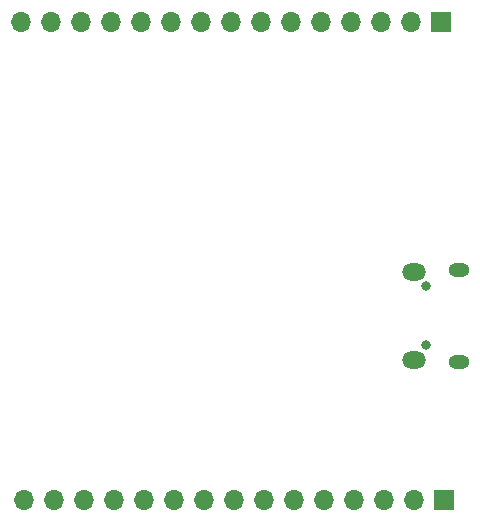
<source format=gbr>
%TF.GenerationSoftware,KiCad,Pcbnew,(6.0.9)*%
%TF.CreationDate,2023-03-20T19:11:49+01:00*%
%TF.ProjectId,STM32F103_prjct2,53544d33-3246-4313-9033-5f70726a6374,rev?*%
%TF.SameCoordinates,Original*%
%TF.FileFunction,Soldermask,Bot*%
%TF.FilePolarity,Negative*%
%FSLAX46Y46*%
G04 Gerber Fmt 4.6, Leading zero omitted, Abs format (unit mm)*
G04 Created by KiCad (PCBNEW (6.0.9)) date 2023-03-20 19:11:49*
%MOMM*%
%LPD*%
G01*
G04 APERTURE LIST*
%ADD10R,1.700000X1.700000*%
%ADD11O,1.700000X1.700000*%
%ADD12O,1.800000X1.150000*%
%ADD13O,2.000000X1.450000*%
%ADD14O,0.800000X0.800000*%
G04 APERTURE END LIST*
D10*
%TO.C,J3*%
X182525000Y-99314000D03*
D11*
X179985000Y-99314000D03*
X177445000Y-99314000D03*
X174905000Y-99314000D03*
X172365000Y-99314000D03*
X169825000Y-99314000D03*
X167285000Y-99314000D03*
X164745000Y-99314000D03*
X162205000Y-99314000D03*
X159665000Y-99314000D03*
X157125000Y-99314000D03*
X154585000Y-99314000D03*
X152045000Y-99314000D03*
X149505000Y-99314000D03*
X146965000Y-99314000D03*
%TD*%
D10*
%TO.C,J2*%
X182310000Y-58800000D03*
D11*
X179770000Y-58800000D03*
X177230000Y-58800000D03*
X174690000Y-58800000D03*
X172150000Y-58800000D03*
X169610000Y-58800000D03*
X167070000Y-58800000D03*
X164530000Y-58800000D03*
X161990000Y-58800000D03*
X159450000Y-58800000D03*
X156910000Y-58800000D03*
X154370000Y-58800000D03*
X151830000Y-58800000D03*
X149290000Y-58800000D03*
X146750000Y-58800000D03*
%TD*%
D12*
%TO.C,J1*%
X183756000Y-79811000D03*
X183756000Y-87561000D03*
D13*
X179956000Y-79961000D03*
X179956000Y-87411000D03*
D14*
X181006000Y-81186000D03*
X181006000Y-86186000D03*
%TD*%
M02*

</source>
